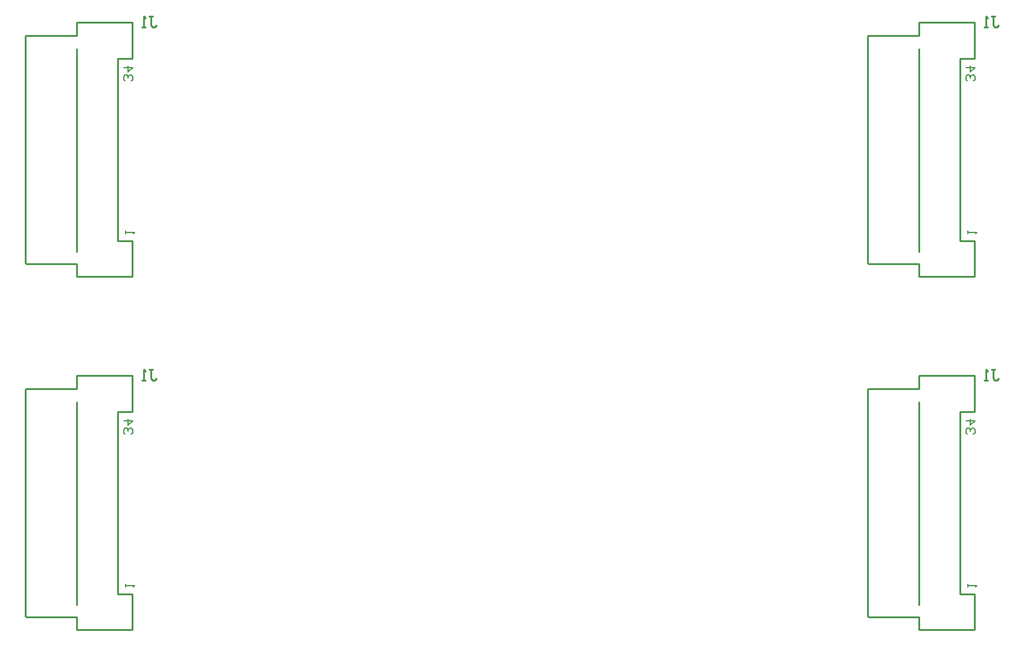
<source format=gbo>
%FSLAX23Y23*%
%MOIN*%
G70*
G01*
G75*
G04 Layer_Color=32896*
%ADD10R,0.118X0.018*%
%ADD11C,0.010*%
%ADD12C,0.050*%
%ADD13R,0.050X0.050*%
%ADD14C,0.090*%
%ADD15C,0.024*%
%ADD16R,0.118X0.018*%
%ADD17C,0.008*%
D11*
X7907Y8697D02*
Y9815D01*
X7623Y9260D02*
Y9886D01*
X7627Y9890D01*
X7907D01*
Y9961D01*
X8214D01*
Y9764D02*
Y9961D01*
X8135Y9764D02*
X8214D01*
X8135Y9260D02*
Y9764D01*
X7627Y8630D02*
X7907D01*
X8135Y8756D02*
Y9260D01*
X7623Y8634D02*
Y9260D01*
X7907Y8559D02*
Y8630D01*
Y8559D02*
X8214D01*
Y8756D01*
X8135D02*
X8214D01*
X8308Y9997D02*
X8328D01*
X8318D01*
Y9947D01*
X8328Y9937D01*
X8338D01*
X8348Y9947D01*
X8288Y9937D02*
X8268D01*
X8278D01*
Y9997D01*
X8288Y9987D01*
X12557Y8697D02*
Y9815D01*
X12273Y9260D02*
Y9886D01*
X12277Y9890D01*
X12557D01*
Y9961D01*
X12864D01*
Y9764D02*
Y9961D01*
X12785Y9764D02*
X12864D01*
X12785Y9260D02*
Y9764D01*
X12277Y8630D02*
X12557D01*
X12785Y8756D02*
Y9260D01*
X12273Y8634D02*
Y9260D01*
X12557Y8559D02*
Y8630D01*
Y8559D02*
X12864D01*
Y8756D01*
X12785D02*
X12864D01*
X12958Y9997D02*
X12978D01*
X12968D01*
Y9947D01*
X12978Y9937D01*
X12988D01*
X12998Y9947D01*
X12938Y9937D02*
X12918D01*
X12928D01*
Y9997D01*
X12938Y9987D01*
X7907Y10647D02*
Y11765D01*
X7623Y11210D02*
Y11836D01*
X7627Y11840D01*
X7907D01*
Y11911D01*
X8214D01*
Y11714D02*
Y11911D01*
X8135Y11714D02*
X8214D01*
X8135Y11210D02*
Y11714D01*
X7627Y10580D02*
X7907D01*
X8135Y10706D02*
Y11210D01*
X7623Y10584D02*
Y11210D01*
X7907Y10509D02*
Y10580D01*
Y10509D02*
X8214D01*
Y10706D01*
X8135D02*
X8214D01*
X8308Y11947D02*
X8328D01*
X8318D01*
Y11897D01*
X8328Y11887D01*
X8338D01*
X8348Y11897D01*
X8288Y11887D02*
X8268D01*
X8278D01*
Y11947D01*
X8288Y11937D01*
X12557Y10647D02*
Y11765D01*
X12273Y11210D02*
Y11836D01*
X12277Y11840D01*
X12557D01*
Y11911D01*
X12864D01*
Y11714D02*
Y11911D01*
X12785Y11714D02*
X12864D01*
X12785Y11210D02*
Y11714D01*
X12277Y10580D02*
X12557D01*
X12785Y10706D02*
Y11210D01*
X12273Y10584D02*
Y11210D01*
X12557Y10509D02*
Y10580D01*
Y10509D02*
X12864D01*
Y10706D01*
X12785D02*
X12864D01*
X12958Y11947D02*
X12978D01*
X12968D01*
Y11897D01*
X12978Y11887D01*
X12988D01*
X12998Y11897D01*
X12938Y11887D02*
X12918D01*
X12928D01*
Y11947D01*
X12938Y11937D01*
D17*
X8208Y9638D02*
X8216Y9646D01*
Y9663D01*
X8208Y9671D01*
X8200D01*
X8191Y9663D01*
Y9655D01*
Y9663D01*
X8183Y9671D01*
X8175D01*
X8166Y9663D01*
Y9646D01*
X8175Y9638D01*
X8166Y9713D02*
X8216D01*
X8191Y9688D01*
Y9721D01*
X8178Y8795D02*
Y8812D01*
Y8804D01*
X8228D01*
X8220Y8795D01*
X12858Y9638D02*
X12866Y9646D01*
Y9663D01*
X12858Y9671D01*
X12850D01*
X12841Y9663D01*
Y9655D01*
Y9663D01*
X12833Y9671D01*
X12825D01*
X12816Y9663D01*
Y9646D01*
X12825Y9638D01*
X12816Y9713D02*
X12866D01*
X12841Y9688D01*
Y9721D01*
X12828Y8795D02*
Y8812D01*
Y8804D01*
X12878D01*
X12870Y8795D01*
X8208Y11588D02*
X8216Y11596D01*
Y11613D01*
X8208Y11621D01*
X8200D01*
X8191Y11613D01*
Y11605D01*
Y11613D01*
X8183Y11621D01*
X8175D01*
X8166Y11613D01*
Y11596D01*
X8175Y11588D01*
X8166Y11663D02*
X8216D01*
X8191Y11638D01*
Y11671D01*
X8178Y10745D02*
Y10762D01*
Y10754D01*
X8228D01*
X8220Y10745D01*
X12858Y11588D02*
X12866Y11596D01*
Y11613D01*
X12858Y11621D01*
X12850D01*
X12841Y11613D01*
Y11605D01*
Y11613D01*
X12833Y11621D01*
X12825D01*
X12816Y11613D01*
Y11596D01*
X12825Y11588D01*
X12816Y11663D02*
X12866D01*
X12841Y11638D01*
Y11671D01*
X12828Y10745D02*
Y10762D01*
Y10754D01*
X12878D01*
X12870Y10745D01*
M02*

</source>
